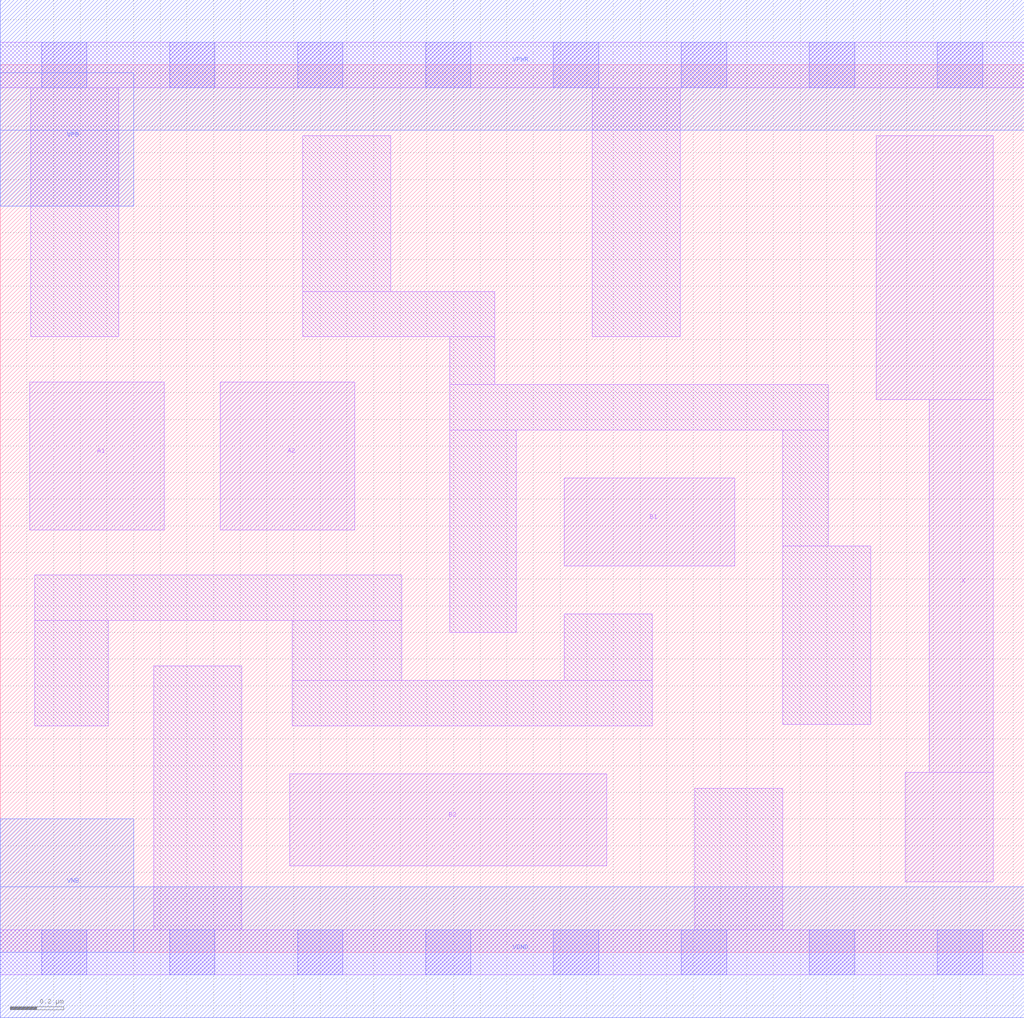
<source format=lef>
# Copyright 2020 The SkyWater PDK Authors
#
# Licensed under the Apache License, Version 2.0 (the "License");
# you may not use this file except in compliance with the License.
# You may obtain a copy of the License at
#
#     https://www.apache.org/licenses/LICENSE-2.0
#
# Unless required by applicable law or agreed to in writing, software
# distributed under the License is distributed on an "AS IS" BASIS,
# WITHOUT WARRANTIES OR CONDITIONS OF ANY KIND, either express or implied.
# See the License for the specific language governing permissions and
# limitations under the License.
#
# SPDX-License-Identifier: Apache-2.0

VERSION 5.5 ;
NAMESCASESENSITIVE ON ;
BUSBITCHARS "[]" ;
DIVIDERCHAR "/" ;
MACRO sky130_fd_sc_lp__o22a_lp
  CLASS CORE ;
  SOURCE USER ;
  ORIGIN  0.000000  0.000000 ;
  SIZE  3.840000 BY  3.330000 ;
  SYMMETRY X Y R90 ;
  SITE unit ;
  PIN A1
    ANTENNAGATEAREA  0.313000 ;
    DIRECTION INPUT ;
    USE SIGNAL ;
    PORT
      LAYER li1 ;
        RECT 0.110000 1.585000 0.615000 2.140000 ;
    END
  END A1
  PIN A2
    ANTENNAGATEAREA  0.313000 ;
    DIRECTION INPUT ;
    USE SIGNAL ;
    PORT
      LAYER li1 ;
        RECT 0.825000 1.585000 1.330000 2.140000 ;
    END
  END A2
  PIN B1
    ANTENNAGATEAREA  0.313000 ;
    DIRECTION INPUT ;
    USE SIGNAL ;
    PORT
      LAYER li1 ;
        RECT 2.115000 1.450000 2.755000 1.780000 ;
    END
  END B1
  PIN B2
    ANTENNAGATEAREA  0.313000 ;
    DIRECTION INPUT ;
    USE SIGNAL ;
    PORT
      LAYER li1 ;
        RECT 1.085000 0.325000 2.275000 0.670000 ;
    END
  END B2
  PIN X
    ANTENNADIFFAREA  0.404700 ;
    DIRECTION OUTPUT ;
    USE SIGNAL ;
    PORT
      LAYER li1 ;
        RECT 3.285000 2.075000 3.725000 3.065000 ;
        RECT 3.395000 0.265000 3.725000 0.675000 ;
        RECT 3.485000 0.675000 3.725000 2.075000 ;
    END
  END X
  PIN VGND
    DIRECTION INOUT ;
    USE GROUND ;
    PORT
      LAYER met1 ;
        RECT 0.000000 -0.245000 3.840000 0.245000 ;
    END
  END VGND
  PIN VNB
    DIRECTION INOUT ;
    USE GROUND ;
    PORT
    END
  END VNB
  PIN VPB
    DIRECTION INOUT ;
    USE POWER ;
    PORT
    END
  END VPB
  PIN VNB
    DIRECTION INOUT ;
    USE GROUND ;
    PORT
      LAYER met1 ;
        RECT 0.000000 0.000000 0.500000 0.500000 ;
    END
  END VNB
  PIN VPB
    DIRECTION INOUT ;
    USE POWER ;
    PORT
      LAYER met1 ;
        RECT 0.000000 2.800000 0.500000 3.300000 ;
    END
  END VPB
  PIN VPWR
    DIRECTION INOUT ;
    USE POWER ;
    PORT
      LAYER met1 ;
        RECT 0.000000 3.085000 3.840000 3.575000 ;
    END
  END VPWR
  OBS
    LAYER li1 ;
      RECT 0.000000 -0.085000 3.840000 0.085000 ;
      RECT 0.000000  3.245000 3.840000 3.415000 ;
      RECT 0.115000  2.310000 0.445000 3.245000 ;
      RECT 0.130000  0.850000 0.405000 1.245000 ;
      RECT 0.130000  1.245000 1.505000 1.415000 ;
      RECT 0.575000  0.085000 0.905000 1.075000 ;
      RECT 1.095000  0.850000 2.445000 1.020000 ;
      RECT 1.095000  1.020000 1.505000 1.245000 ;
      RECT 1.135000  2.310000 1.855000 2.480000 ;
      RECT 1.135000  2.480000 1.465000 3.065000 ;
      RECT 1.685000  1.200000 1.935000 1.960000 ;
      RECT 1.685000  1.960000 3.105000 2.130000 ;
      RECT 1.685000  2.130000 1.855000 2.310000 ;
      RECT 2.115000  1.020000 2.445000 1.270000 ;
      RECT 2.220000  2.310000 2.550000 3.245000 ;
      RECT 2.605000  0.085000 2.935000 0.615000 ;
      RECT 2.935000  0.855000 3.265000 1.525000 ;
      RECT 2.935000  1.525000 3.105000 1.960000 ;
    LAYER mcon ;
      RECT 0.155000 -0.085000 0.325000 0.085000 ;
      RECT 0.155000  3.245000 0.325000 3.415000 ;
      RECT 0.635000 -0.085000 0.805000 0.085000 ;
      RECT 0.635000  3.245000 0.805000 3.415000 ;
      RECT 1.115000 -0.085000 1.285000 0.085000 ;
      RECT 1.115000  3.245000 1.285000 3.415000 ;
      RECT 1.595000 -0.085000 1.765000 0.085000 ;
      RECT 1.595000  3.245000 1.765000 3.415000 ;
      RECT 2.075000 -0.085000 2.245000 0.085000 ;
      RECT 2.075000  3.245000 2.245000 3.415000 ;
      RECT 2.555000 -0.085000 2.725000 0.085000 ;
      RECT 2.555000  3.245000 2.725000 3.415000 ;
      RECT 3.035000 -0.085000 3.205000 0.085000 ;
      RECT 3.035000  3.245000 3.205000 3.415000 ;
      RECT 3.515000 -0.085000 3.685000 0.085000 ;
      RECT 3.515000  3.245000 3.685000 3.415000 ;
  END
END sky130_fd_sc_lp__o22a_lp
END LIBRARY

</source>
